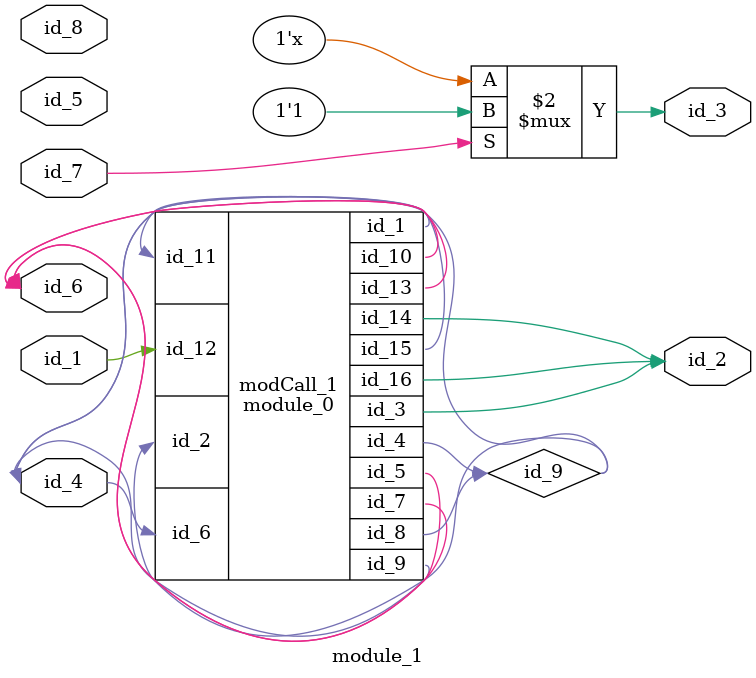
<source format=v>
module module_0 (
    id_1,
    id_2,
    id_3,
    id_4,
    id_5,
    id_6,
    id_7,
    id_8,
    id_9,
    id_10,
    id_11,
    id_12,
    id_13,
    id_14,
    id_15,
    id_16
);
  output wire id_16;
  output wire id_15;
  output wire id_14;
  inout wire id_13;
  input wire id_12;
  input wire id_11;
  output wire id_10;
  output wire id_9;
  inout wire id_8;
  inout wire id_7;
  input wire id_6;
  output wire id_5;
  inout wire id_4;
  output wire id_3;
  input wire id_2;
  output wire id_1;
  wire id_17;
  assign id_14 = -1;
endmodule
module module_1 (
    id_1,
    id_2,
    id_3,
    id_4,
    id_5,
    id_6,
    id_7,
    id_8
);
  input wire id_8;
  input wire id_7;
  inout wire id_6;
  input wire id_5;
  inout wire id_4;
  output wire id_3;
  output wire id_2;
  input wire id_1;
  wire id_9;
  always begin : LABEL_0
    if (id_7) begin : LABEL_0
      id_3 <= -1;
      $display;
    end
  end
  module_0 modCall_1 (
      id_4,
      id_9,
      id_2,
      id_9,
      id_6,
      id_4,
      id_6,
      id_9,
      id_4,
      id_6,
      id_9,
      id_1,
      id_6,
      id_2,
      id_4,
      id_2
  );
endmodule

</source>
